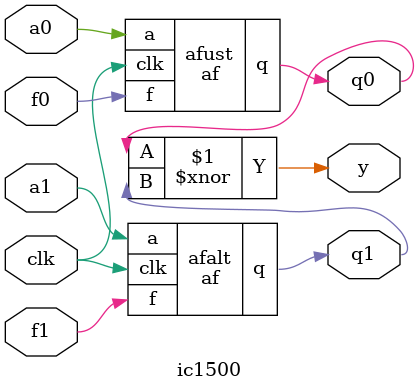
<source format=v>
`timescale 1ns / 1ps

module af(
    input a,
    input f,
    input clk,
    output reg q
    );
	 
    initial begin
        q = 0;
    end
	
    always@(posedge clk)
	 begin
		if(a==0 && f==0)
			q <= ~q;
		else if(a==0 && f==1)
			q <= q;
		else if(a==1 && f==0)
			q <= 1;
		else if(a==1 && f==1)
			q <= 0;
	 end

endmodule


module ic1500(
    input a0, 
    input f0, 
    input a1, 
    input f1, 
    input clk, 
    output q0, 
    output q1, 
    output y
    );
    
	 af afust(
		.a		(a0),
		.f		(f0),
		.clk	(clk),
		.q		(q0)
	 );
	 
	 af afalt(
		.a		(a1),
		.f		(f1),
		.clk	(clk),
		.q		(q1)
	 );
	 
	 assign y = q0 ~^ q1;
	 
	
endmodule

</source>
